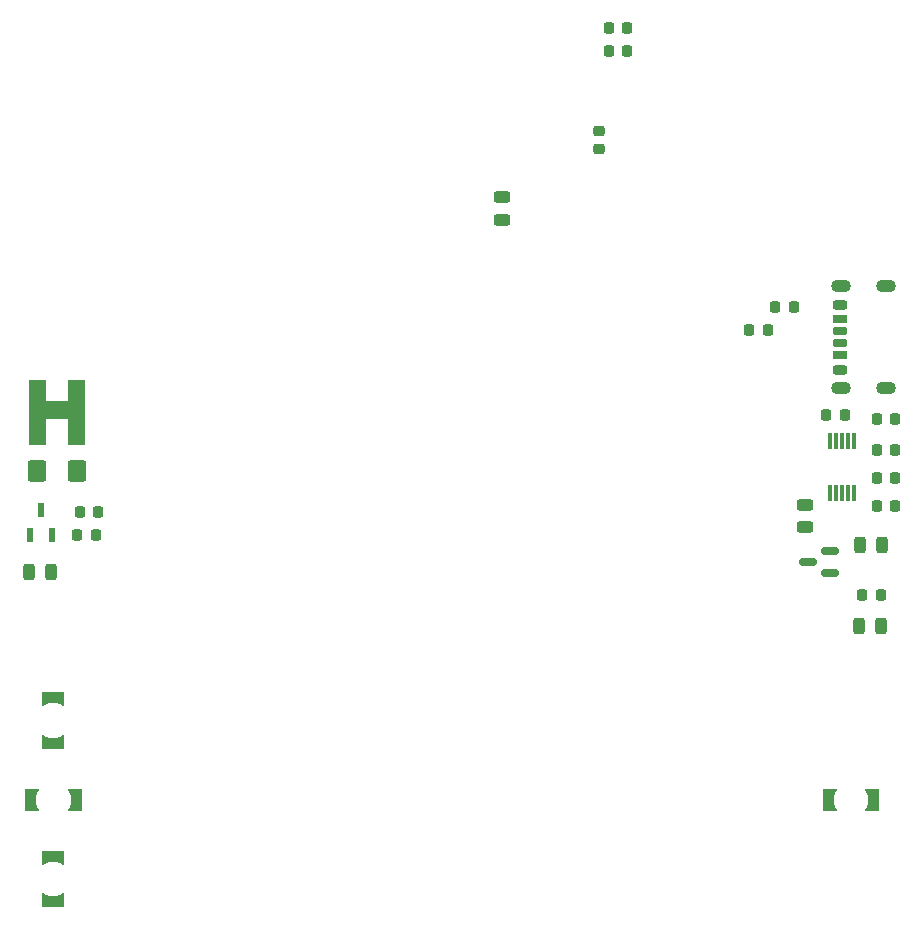
<source format=gbr>
G04 #@! TF.GenerationSoftware,KiCad,Pcbnew,8.0.6-8.0.6-0~ubuntu22.04.1*
G04 #@! TF.CreationDate,2024-11-29T16:11:16+03:00*
G04 #@! TF.ProjectId,Dreamstalker-PRO-v2,44726561-6d73-4746-916c-6b65722d5052,2.3*
G04 #@! TF.SameCoordinates,Original*
G04 #@! TF.FileFunction,Paste,Top*
G04 #@! TF.FilePolarity,Positive*
%FSLAX46Y46*%
G04 Gerber Fmt 4.6, Leading zero omitted, Abs format (unit mm)*
G04 Created by KiCad (PCBNEW 8.0.6-8.0.6-0~ubuntu22.04.1) date 2024-11-29 16:11:16*
%MOMM*%
%LPD*%
G01*
G04 APERTURE LIST*
G04 Aperture macros list*
%AMRoundRect*
0 Rectangle with rounded corners*
0 $1 Rounding radius*
0 $2 $3 $4 $5 $6 $7 $8 $9 X,Y pos of 4 corners*
0 Add a 4 corners polygon primitive as box body*
4,1,4,$2,$3,$4,$5,$6,$7,$8,$9,$2,$3,0*
0 Add four circle primitives for the rounded corners*
1,1,$1+$1,$2,$3*
1,1,$1+$1,$4,$5*
1,1,$1+$1,$6,$7*
1,1,$1+$1,$8,$9*
0 Add four rect primitives between the rounded corners*
20,1,$1+$1,$2,$3,$4,$5,0*
20,1,$1+$1,$4,$5,$6,$7,0*
20,1,$1+$1,$6,$7,$8,$9,0*
20,1,$1+$1,$8,$9,$2,$3,0*%
%AMFreePoly0*
4,1,29,2.553536,2.403536,2.555000,2.400000,2.555000,0.900000,2.553536,0.896464,2.550000,0.895000,0.750000,0.895000,0.750000,-0.895000,2.550000,-0.895000,2.553536,-0.896464,2.555000,-0.900000,2.555000,-2.400000,2.553536,-2.403536,2.550000,-2.405000,-2.950000,-2.405000,-2.953536,-2.403536,-2.955000,-2.400000,-2.955000,-0.900000,-2.953536,-0.896464,-2.950000,-0.895000,-0.750000,-0.895000,
-0.750000,0.895000,-2.950000,0.895000,-2.953536,0.896464,-2.955000,0.900000,-2.955000,2.400000,-2.953536,2.403536,-2.950000,2.405000,2.550000,2.405000,2.553536,2.403536,2.553536,2.403536,$1*%
%AMFreePoly1*
4,1,34,0.703536,0.903536,0.705000,0.900000,0.704069,0.897094,0.654179,0.827248,0.624329,0.777498,0.584409,0.707638,0.554564,0.647948,0.534642,0.598143,0.534596,0.598030,0.504674,0.528212,0.474791,0.438563,0.444878,0.328885,0.424943,0.219242,0.414976,0.139500,0.405014,0.010000,0.414983,-0.119591,0.424951,-0.229243,0.454852,-0.368782,0.494716,-0.508305,0.564497,-0.667804,
0.624279,-0.777405,0.664160,-0.837226,0.704160,-0.897226,0.704903,-0.900981,0.702774,-0.904160,0.700000,-0.905000,-0.480000,-0.905000,-0.483536,-0.903536,-0.485000,-0.900000,-0.485000,0.900000,-0.483536,0.903536,-0.480000,0.905000,0.700000,0.905000,0.703536,0.903536,0.703536,0.903536,$1*%
%AMFreePoly2*
4,1,34,0.483536,0.903536,0.485000,0.900000,0.485000,-0.900000,0.483536,-0.903536,0.480000,-0.905000,-0.700000,-0.905000,-0.703536,-0.903536,-0.705000,-0.900000,-0.704069,-0.897094,-0.654179,-0.827248,-0.624329,-0.777498,-0.584409,-0.707638,-0.554564,-0.647948,-0.534642,-0.598143,-0.534596,-0.598030,-0.504674,-0.528212,-0.474791,-0.438563,-0.444878,-0.328885,-0.424943,-0.219242,-0.414976,-0.139500,
-0.405014,-0.010000,-0.414985,0.119617,-0.424951,0.229243,-0.454852,0.368782,-0.494716,0.508305,-0.564497,0.667804,-0.624279,0.777405,-0.664160,0.837226,-0.704160,0.897226,-0.704903,0.900981,-0.702774,0.904160,-0.700000,0.905000,0.480000,0.905000,0.483536,0.903536,0.483536,0.903536,$1*%
G04 Aperture macros list end*
%ADD10R,0.600000X1.300000*%
%ADD11RoundRect,0.218750X0.218750X0.256250X-0.218750X0.256250X-0.218750X-0.256250X0.218750X-0.256250X0*%
%ADD12RoundRect,0.243750X-0.456250X0.243750X-0.456250X-0.243750X0.456250X-0.243750X0.456250X0.243750X0*%
%ADD13RoundRect,0.243750X-0.243750X-0.456250X0.243750X-0.456250X0.243750X0.456250X-0.243750X0.456250X0*%
%ADD14RoundRect,0.240000X0.560000X-0.660000X0.560000X0.660000X-0.560000X0.660000X-0.560000X-0.660000X0*%
%ADD15FreePoly0,90.000000*%
%ADD16FreePoly1,0.000000*%
%ADD17FreePoly2,0.000000*%
%ADD18FreePoly1,270.000000*%
%ADD19FreePoly2,270.000000*%
%ADD20FreePoly1,90.000000*%
%ADD21FreePoly2,90.000000*%
%ADD22FreePoly1,180.000000*%
%ADD23FreePoly2,180.000000*%
%ADD24RoundRect,0.218750X0.256250X-0.218750X0.256250X0.218750X-0.256250X0.218750X-0.256250X-0.218750X0*%
%ADD25RoundRect,0.175000X0.425000X-0.175000X0.425000X0.175000X-0.425000X0.175000X-0.425000X-0.175000X0*%
%ADD26RoundRect,0.190000X-0.410000X0.190000X-0.410000X-0.190000X0.410000X-0.190000X0.410000X0.190000X0*%
%ADD27RoundRect,0.200000X-0.400000X0.200000X-0.400000X-0.200000X0.400000X-0.200000X0.400000X0.200000X0*%
%ADD28RoundRect,0.175000X-0.425000X0.175000X-0.425000X-0.175000X0.425000X-0.175000X0.425000X0.175000X0*%
%ADD29RoundRect,0.190000X0.410000X-0.190000X0.410000X0.190000X-0.410000X0.190000X-0.410000X-0.190000X0*%
%ADD30RoundRect,0.200000X0.400000X-0.200000X0.400000X0.200000X-0.400000X0.200000X-0.400000X-0.200000X0*%
%ADD31O,1.700000X1.100000*%
%ADD32RoundRect,0.218750X-0.218750X-0.256250X0.218750X-0.256250X0.218750X0.256250X-0.218750X0.256250X0*%
%ADD33R,0.300000X1.400000*%
%ADD34RoundRect,0.243750X0.456250X-0.243750X0.456250X0.243750X-0.456250X0.243750X-0.456250X-0.243750X0*%
%ADD35RoundRect,0.150000X0.587500X0.150000X-0.587500X0.150000X-0.587500X-0.150000X0.587500X-0.150000X0*%
G04 APERTURE END LIST*
D10*
X93200000Y-87900000D03*
X95100000Y-87900000D03*
X94150000Y-85800000D03*
D11*
X98787500Y-87900000D03*
X97212500Y-87900000D03*
D12*
X133200000Y-59350000D03*
X133200000Y-61225000D03*
D13*
X93162500Y-91100000D03*
X95037500Y-91100000D03*
D14*
X93800000Y-82550000D03*
X97200000Y-82550000D03*
D15*
X95500000Y-77350000D03*
D16*
X160870000Y-110350000D03*
D17*
X164630000Y-110350000D03*
D18*
X95200000Y-101770000D03*
D19*
X95200000Y-105530000D03*
D20*
X95200000Y-118930000D03*
D21*
X95200000Y-115170000D03*
D22*
X97080000Y-110350000D03*
D23*
X93320000Y-110350000D03*
D24*
X141400000Y-55287500D03*
X141400000Y-53712500D03*
D25*
X161800000Y-71700000D03*
D26*
X161800000Y-69680000D03*
D27*
X161800000Y-68450000D03*
D28*
X161800000Y-70700000D03*
D29*
X161800000Y-72720000D03*
D30*
X161800000Y-73950000D03*
D31*
X161880000Y-75520000D03*
X165680000Y-75520000D03*
X161880000Y-66880000D03*
X165680000Y-66880000D03*
D11*
X157887500Y-68650000D03*
X156312500Y-68650000D03*
D32*
X164912500Y-78100000D03*
X166487500Y-78100000D03*
D11*
X166487500Y-80750000D03*
X164912500Y-80750000D03*
D33*
X161000000Y-84400000D03*
X161500000Y-84400000D03*
X162000000Y-84400000D03*
X162500000Y-84400000D03*
X163000000Y-84400000D03*
X163000000Y-80000000D03*
X162500000Y-80000000D03*
X162000000Y-80000000D03*
X161500000Y-80000000D03*
X161000000Y-80000000D03*
D32*
X97425000Y-86000000D03*
X99000000Y-86000000D03*
D11*
X143787500Y-45000000D03*
X142212500Y-45000000D03*
D34*
X158800000Y-87275000D03*
X158800000Y-85400000D03*
D11*
X166500000Y-85500000D03*
X164925000Y-85500000D03*
X143787500Y-47000000D03*
X142212500Y-47000000D03*
X166500000Y-83100000D03*
X164925000Y-83100000D03*
X165237500Y-93000000D03*
X163662500Y-93000000D03*
D35*
X160937500Y-91150000D03*
X160937500Y-89250000D03*
X159062500Y-90200000D03*
D13*
X163400000Y-95600000D03*
X165275000Y-95600000D03*
X163525000Y-88800000D03*
X165400000Y-88800000D03*
D11*
X155700000Y-70600000D03*
X154125000Y-70600000D03*
D32*
X160625000Y-77800000D03*
X162200000Y-77800000D03*
M02*

</source>
